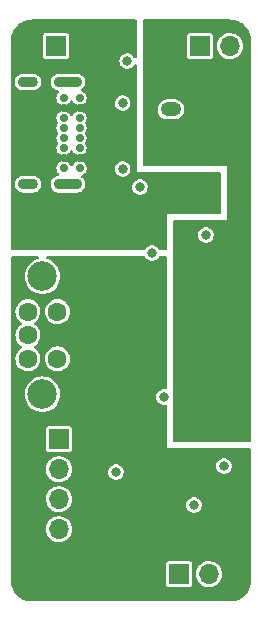
<source format=gbr>
%TF.GenerationSoftware,KiCad,Pcbnew,(6.0.7)*%
%TF.CreationDate,2022-10-01T16:55:56-07:00*%
%TF.ProjectId,dso150_mod,64736f31-3530-45f6-9d6f-642e6b696361,1.0*%
%TF.SameCoordinates,Original*%
%TF.FileFunction,Copper,L3,Inr*%
%TF.FilePolarity,Positive*%
%FSLAX46Y46*%
G04 Gerber Fmt 4.6, Leading zero omitted, Abs format (unit mm)*
G04 Created by KiCad (PCBNEW (6.0.7)) date 2022-10-01 16:55:56*
%MOMM*%
%LPD*%
G01*
G04 APERTURE LIST*
G04 Aperture macros list*
%AMRoundRect*
0 Rectangle with rounded corners*
0 $1 Rounding radius*
0 $2 $3 $4 $5 $6 $7 $8 $9 X,Y pos of 4 corners*
0 Add a 4 corners polygon primitive as box body*
4,1,4,$2,$3,$4,$5,$6,$7,$8,$9,$2,$3,0*
0 Add four circle primitives for the rounded corners*
1,1,$1+$1,$2,$3*
1,1,$1+$1,$4,$5*
1,1,$1+$1,$6,$7*
1,1,$1+$1,$8,$9*
0 Add four rect primitives between the rounded corners*
20,1,$1+$1,$2,$3,$4,$5,0*
20,1,$1+$1,$4,$5,$6,$7,0*
20,1,$1+$1,$6,$7,$8,$9,0*
20,1,$1+$1,$8,$9,$2,$3,0*%
G04 Aperture macros list end*
%TA.AperFunction,ComponentPad*%
%ADD10R,1.700000X1.700000*%
%TD*%
%TA.AperFunction,ComponentPad*%
%ADD11O,1.700000X1.700000*%
%TD*%
%TA.AperFunction,ComponentPad*%
%ADD12RoundRect,0.250000X0.625000X-0.350000X0.625000X0.350000X-0.625000X0.350000X-0.625000X-0.350000X0*%
%TD*%
%TA.AperFunction,ComponentPad*%
%ADD13O,1.750000X1.200000*%
%TD*%
%TA.AperFunction,ComponentPad*%
%ADD14C,2.500000*%
%TD*%
%TA.AperFunction,ComponentPad*%
%ADD15C,1.600000*%
%TD*%
%TA.AperFunction,ComponentPad*%
%ADD16C,0.700000*%
%TD*%
%TA.AperFunction,ComponentPad*%
%ADD17O,2.400000X0.900000*%
%TD*%
%TA.AperFunction,ComponentPad*%
%ADD18O,1.700000X0.900000*%
%TD*%
%TA.AperFunction,ViaPad*%
%ADD19C,0.800000*%
%TD*%
G04 APERTURE END LIST*
D10*
%TO.N,/D+*%
%TO.C,J2*%
X155443000Y-75692000D03*
D11*
%TO.N,/D-*%
X157983000Y-75692000D03*
%TD*%
D12*
%TO.N,+BATT*%
%TO.C,J3*%
X152998000Y-83042000D03*
D13*
%TO.N,GND*%
X152998000Y-81042000D03*
%TD*%
D14*
%TO.N,*%
%TO.C,SW1*%
X142113000Y-95171000D03*
X142113000Y-105171000D03*
D15*
%TO.N,Net-(SW1-Pad1)*%
X143383000Y-98171000D03*
%TO.N,+9V*%
X143383000Y-100171000D03*
%TO.N,unconnected-(SW1-Pad3)*%
X143383000Y-102171000D03*
%TO.N,unconnected-(SW1-Pad4)*%
X140883000Y-98171000D03*
%TO.N,GND*%
X140883000Y-100171000D03*
%TO.N,Net-(R8-Pad2)*%
X140883000Y-102171000D03*
%TD*%
D16*
%TO.N,GND*%
%TO.C,J1*%
X145249000Y-80083000D03*
%TO.N,+5V*%
X145249000Y-80933000D03*
%TO.N,Net-(J1-PadA5)*%
X145249000Y-81783000D03*
%TO.N,/D+*%
X145249000Y-82633000D03*
%TO.N,/D-*%
X145249000Y-83483000D03*
%TO.N,unconnected-(J1-PadA8)*%
X145249000Y-84333000D03*
%TO.N,+5V*%
X145249000Y-85183000D03*
%TO.N,GND*%
X145249000Y-86033000D03*
X143899000Y-86033000D03*
%TO.N,+5V*%
X143899000Y-85183000D03*
%TO.N,Net-(J1-PadB5)*%
X143899000Y-84333000D03*
%TO.N,/D+*%
X143899000Y-83483000D03*
%TO.N,/D-*%
X143899000Y-82633000D03*
%TO.N,unconnected-(J1-PadB8)*%
X143899000Y-81783000D03*
%TO.N,+5V*%
X143899000Y-80933000D03*
%TO.N,GND*%
X143899000Y-80083000D03*
D17*
X144269000Y-87383000D03*
D18*
X140889000Y-78733000D03*
X140889000Y-87383000D03*
D17*
X144269000Y-78733000D03*
%TD*%
D10*
%TO.N,unconnected-(J6-Pad1)*%
%TO.C,J6*%
X143256000Y-75692000D03*
%TD*%
%TO.N,Net-(SW1-Pad1)*%
%TO.C,J4*%
X153670000Y-120396000D03*
D11*
%TO.N,GND*%
X156210000Y-120396000D03*
%TD*%
D10*
%TO.N,+3.3V*%
%TO.C,J5*%
X143510000Y-108976000D03*
D11*
%TO.N,GND*%
X143510000Y-111516000D03*
%TO.N,unconnected-(J5-Pad3)*%
X143510000Y-114056000D03*
%TO.N,unconnected-(J5-Pad4)*%
X143510000Y-116596000D03*
%TD*%
D19*
%TO.N,+5V*%
X141732000Y-92227500D03*
X155956000Y-87630000D03*
%TO.N,GND*%
X152400000Y-105410000D03*
X151384000Y-93218000D03*
X150368000Y-87630000D03*
X148336000Y-111760000D03*
X148907000Y-80518000D03*
X155956000Y-91694000D03*
X148907000Y-86106000D03*
X154940000Y-114554000D03*
%TO.N,+BATT*%
X155448000Y-93218000D03*
X154940000Y-101600000D03*
X157734000Y-101600000D03*
X156464000Y-99822000D03*
X153924000Y-105410000D03*
X156464000Y-103378000D03*
X155702000Y-108204000D03*
%TO.N,+9V*%
X149606000Y-114554000D03*
X153162000Y-114554000D03*
X148336000Y-109858000D03*
X151384000Y-114554000D03*
%TO.N,+3.3V*%
X149289000Y-76962000D03*
%TO.N,Net-(R8-Pad2)*%
X157480000Y-111252000D03*
%TD*%
%TA.AperFunction,Conductor*%
%TO.N,+BATT*%
G36*
X158007103Y-73440921D02*
G01*
X158020000Y-73443486D01*
X158032172Y-73441065D01*
X158044579Y-73441065D01*
X158044579Y-73441705D01*
X158055358Y-73441029D01*
X158239248Y-73454181D01*
X158259420Y-73455624D01*
X158277214Y-73458182D01*
X158502960Y-73507290D01*
X158520209Y-73512355D01*
X158575356Y-73532923D01*
X158736670Y-73593090D01*
X158753017Y-73600556D01*
X158955782Y-73711275D01*
X158970905Y-73720994D01*
X159155848Y-73859441D01*
X159169434Y-73871214D01*
X159332786Y-74034566D01*
X159344559Y-74048152D01*
X159483006Y-74233095D01*
X159492725Y-74248218D01*
X159603444Y-74450983D01*
X159610910Y-74467330D01*
X159655241Y-74586187D01*
X159691645Y-74683791D01*
X159696710Y-74701040D01*
X159745818Y-74926786D01*
X159748376Y-74944580D01*
X159760752Y-75117609D01*
X159762971Y-75148639D01*
X159762295Y-75159421D01*
X159762935Y-75159421D01*
X159762935Y-75171828D01*
X159760514Y-75184000D01*
X159762935Y-75196170D01*
X159763079Y-75196894D01*
X159765500Y-75221476D01*
X159765500Y-109094000D01*
X159745498Y-109162121D01*
X159691842Y-109208614D01*
X159639500Y-109220000D01*
X153288000Y-109220000D01*
X153219879Y-109199998D01*
X153173386Y-109146342D01*
X153162000Y-109094000D01*
X153162000Y-91687096D01*
X155296729Y-91687096D01*
X155314113Y-91844553D01*
X155368553Y-91993319D01*
X155456908Y-92124805D01*
X155462527Y-92129918D01*
X155462528Y-92129919D01*
X155473903Y-92140269D01*
X155574076Y-92231419D01*
X155713293Y-92307008D01*
X155866522Y-92347207D01*
X155950477Y-92348526D01*
X156017319Y-92349576D01*
X156017322Y-92349576D01*
X156024916Y-92349695D01*
X156179332Y-92314329D01*
X156249742Y-92278917D01*
X156314072Y-92246563D01*
X156314075Y-92246561D01*
X156320855Y-92243151D01*
X156326626Y-92238222D01*
X156326629Y-92238220D01*
X156435536Y-92145204D01*
X156435536Y-92145203D01*
X156441314Y-92140269D01*
X156533755Y-92011624D01*
X156592842Y-91864641D01*
X156615162Y-91707807D01*
X156615307Y-91694000D01*
X156596276Y-91536733D01*
X156540280Y-91388546D01*
X156450553Y-91257992D01*
X156332275Y-91152611D01*
X156324889Y-91148700D01*
X156198988Y-91082039D01*
X156198989Y-91082039D01*
X156192274Y-91078484D01*
X156038633Y-91039892D01*
X156031034Y-91039852D01*
X156031033Y-91039852D01*
X155965181Y-91039507D01*
X155880221Y-91039062D01*
X155872841Y-91040834D01*
X155872839Y-91040834D01*
X155733563Y-91074271D01*
X155733560Y-91074272D01*
X155726184Y-91076043D01*
X155585414Y-91148700D01*
X155466039Y-91252838D01*
X155374950Y-91382444D01*
X155317406Y-91530037D01*
X155296729Y-91687096D01*
X153162000Y-91687096D01*
X153162000Y-90550000D01*
X153182002Y-90481879D01*
X153235658Y-90435386D01*
X153288000Y-90424000D01*
X157734000Y-90424000D01*
X157734000Y-85852000D01*
X150748000Y-85852000D01*
X150679879Y-85831998D01*
X150633386Y-85778342D01*
X150622000Y-85726000D01*
X150622000Y-80994019D01*
X151864801Y-80994019D01*
X151874518Y-81179424D01*
X151876328Y-81185996D01*
X151876329Y-81186001D01*
X151902079Y-81279484D01*
X151923821Y-81358417D01*
X152010410Y-81522648D01*
X152130245Y-81664454D01*
X152135668Y-81668601D01*
X152135670Y-81668602D01*
X152272315Y-81773075D01*
X152272319Y-81773077D01*
X152277736Y-81777219D01*
X152283916Y-81780101D01*
X152283918Y-81780102D01*
X152439823Y-81852802D01*
X152439826Y-81852803D01*
X152446000Y-81855682D01*
X152452648Y-81857168D01*
X152452651Y-81857169D01*
X152551711Y-81879311D01*
X152627188Y-81896182D01*
X152632876Y-81896500D01*
X153319385Y-81896500D01*
X153457573Y-81881488D01*
X153578210Y-81840889D01*
X153627064Y-81824448D01*
X153627066Y-81824447D01*
X153633535Y-81822270D01*
X153792677Y-81726649D01*
X153797634Y-81721961D01*
X153797637Y-81721959D01*
X153922614Y-81603773D01*
X153922616Y-81603771D01*
X153927572Y-81599084D01*
X154031928Y-81445529D01*
X154064355Y-81364456D01*
X154098342Y-81279484D01*
X154098343Y-81279479D01*
X154100876Y-81273147D01*
X154101990Y-81266420D01*
X154101991Y-81266415D01*
X154130084Y-81096718D01*
X154130084Y-81096715D01*
X154131199Y-81089981D01*
X154121482Y-80904576D01*
X154119672Y-80898004D01*
X154119671Y-80897999D01*
X154073992Y-80732165D01*
X154072179Y-80725583D01*
X153985590Y-80561352D01*
X153865755Y-80419546D01*
X153860330Y-80415398D01*
X153723685Y-80310925D01*
X153723681Y-80310923D01*
X153718264Y-80306781D01*
X153712084Y-80303899D01*
X153712082Y-80303898D01*
X153556177Y-80231198D01*
X153556174Y-80231197D01*
X153550000Y-80228318D01*
X153543352Y-80226832D01*
X153543349Y-80226831D01*
X153373849Y-80188944D01*
X153373850Y-80188944D01*
X153368812Y-80187818D01*
X153363124Y-80187500D01*
X152676615Y-80187500D01*
X152538427Y-80202512D01*
X152453189Y-80231198D01*
X152368936Y-80259552D01*
X152368934Y-80259553D01*
X152362465Y-80261730D01*
X152203323Y-80357351D01*
X152198366Y-80362039D01*
X152198363Y-80362041D01*
X152073386Y-80480227D01*
X152068428Y-80484916D01*
X151964072Y-80638471D01*
X151961539Y-80644805D01*
X151961537Y-80644808D01*
X151897658Y-80804516D01*
X151897657Y-80804521D01*
X151895124Y-80810853D01*
X151894010Y-80817580D01*
X151894009Y-80817585D01*
X151880697Y-80897999D01*
X151864801Y-80994019D01*
X150622000Y-80994019D01*
X150622000Y-74816933D01*
X154338500Y-74816933D01*
X154338501Y-76567066D01*
X154353266Y-76641301D01*
X154360161Y-76651620D01*
X154360162Y-76651622D01*
X154400516Y-76712015D01*
X154409516Y-76725484D01*
X154493699Y-76781734D01*
X154567933Y-76796500D01*
X155442858Y-76796500D01*
X156318066Y-76796499D01*
X156353818Y-76789388D01*
X156380126Y-76784156D01*
X156380128Y-76784155D01*
X156392301Y-76781734D01*
X156402621Y-76774839D01*
X156402622Y-76774838D01*
X156466168Y-76732377D01*
X156476484Y-76725484D01*
X156532734Y-76641301D01*
X156547500Y-76567067D01*
X156547499Y-75662964D01*
X156874148Y-75662964D01*
X156887424Y-75865522D01*
X156888845Y-75871118D01*
X156888846Y-75871123D01*
X156909119Y-75950945D01*
X156937392Y-76062269D01*
X156939809Y-76067512D01*
X156977010Y-76148208D01*
X157022377Y-76246616D01*
X157139533Y-76412389D01*
X157284938Y-76554035D01*
X157453720Y-76666812D01*
X157459023Y-76669090D01*
X157459026Y-76669092D01*
X157590283Y-76725484D01*
X157640228Y-76746942D01*
X157713244Y-76763464D01*
X157832579Y-76790467D01*
X157832584Y-76790468D01*
X157838216Y-76791742D01*
X157843987Y-76791969D01*
X157843989Y-76791969D01*
X157903756Y-76794317D01*
X158041053Y-76799712D01*
X158148348Y-76784155D01*
X158236231Y-76771413D01*
X158236236Y-76771412D01*
X158241945Y-76770584D01*
X158247409Y-76768729D01*
X158247414Y-76768728D01*
X158428693Y-76707192D01*
X158428698Y-76707190D01*
X158434165Y-76705334D01*
X158611276Y-76606147D01*
X158650969Y-76573135D01*
X158762913Y-76480031D01*
X158767345Y-76476345D01*
X158897147Y-76320276D01*
X158996334Y-76143165D01*
X158998190Y-76137698D01*
X158998192Y-76137693D01*
X159059728Y-75956414D01*
X159059729Y-75956409D01*
X159061584Y-75950945D01*
X159062412Y-75945236D01*
X159062413Y-75945231D01*
X159090179Y-75753727D01*
X159090712Y-75750053D01*
X159092232Y-75692000D01*
X159073658Y-75489859D01*
X159072090Y-75484299D01*
X159020125Y-75300046D01*
X159020124Y-75300044D01*
X159018557Y-75294487D01*
X159007978Y-75273033D01*
X158931331Y-75117609D01*
X158928776Y-75112428D01*
X158807320Y-74949779D01*
X158658258Y-74811987D01*
X158653375Y-74808906D01*
X158653371Y-74808903D01*
X158491464Y-74706748D01*
X158486581Y-74703667D01*
X158298039Y-74628446D01*
X158292379Y-74627320D01*
X158292375Y-74627319D01*
X158104613Y-74589971D01*
X158104610Y-74589971D01*
X158098946Y-74588844D01*
X158093171Y-74588768D01*
X158093167Y-74588768D01*
X157991793Y-74587441D01*
X157895971Y-74586187D01*
X157890274Y-74587166D01*
X157890273Y-74587166D01*
X157802397Y-74602266D01*
X157695910Y-74620564D01*
X157505463Y-74690824D01*
X157331010Y-74794612D01*
X157326670Y-74798418D01*
X157326666Y-74798421D01*
X157197437Y-74911753D01*
X157178392Y-74928455D01*
X157052720Y-75087869D01*
X157050031Y-75092980D01*
X157050029Y-75092983D01*
X157037073Y-75117609D01*
X156958203Y-75267515D01*
X156898007Y-75461378D01*
X156874148Y-75662964D01*
X156547499Y-75662964D01*
X156547499Y-74816934D01*
X156532734Y-74742699D01*
X156506654Y-74703667D01*
X156483377Y-74668832D01*
X156476484Y-74658516D01*
X156392301Y-74602266D01*
X156318067Y-74587500D01*
X155443142Y-74587500D01*
X154567934Y-74587501D01*
X154532182Y-74594612D01*
X154505874Y-74599844D01*
X154505872Y-74599845D01*
X154493699Y-74602266D01*
X154483379Y-74609161D01*
X154483378Y-74609162D01*
X154432023Y-74643477D01*
X154409516Y-74658516D01*
X154353266Y-74742699D01*
X154338500Y-74816933D01*
X150622000Y-74816933D01*
X150622000Y-73564500D01*
X150642002Y-73496379D01*
X150695658Y-73449886D01*
X150748000Y-73438500D01*
X157982524Y-73438500D01*
X158007103Y-73440921D01*
G37*
%TD.AperFunction*%
%TD*%
%TA.AperFunction,Conductor*%
%TO.N,+5V*%
G36*
X150056121Y-73458502D02*
G01*
X150102614Y-73512158D01*
X150114000Y-73564500D01*
X150114000Y-76605990D01*
X150093998Y-76674111D01*
X150040342Y-76720604D01*
X149970068Y-76730708D01*
X149905488Y-76701214D01*
X149876339Y-76664366D01*
X149875964Y-76663648D01*
X149873280Y-76656546D01*
X149815955Y-76573137D01*
X149787855Y-76532251D01*
X149787854Y-76532249D01*
X149783553Y-76525992D01*
X149665275Y-76420611D01*
X149657889Y-76416700D01*
X149531988Y-76350039D01*
X149531989Y-76350039D01*
X149525274Y-76346484D01*
X149371633Y-76307892D01*
X149364034Y-76307852D01*
X149364033Y-76307852D01*
X149298181Y-76307507D01*
X149213221Y-76307062D01*
X149205841Y-76308834D01*
X149205839Y-76308834D01*
X149066563Y-76342271D01*
X149066560Y-76342272D01*
X149059184Y-76344043D01*
X148918414Y-76416700D01*
X148799039Y-76520838D01*
X148707950Y-76650444D01*
X148698723Y-76674111D01*
X148659451Y-76774839D01*
X148650406Y-76798037D01*
X148629729Y-76955096D01*
X148647113Y-77112553D01*
X148649723Y-77119684D01*
X148649723Y-77119686D01*
X148683904Y-77213089D01*
X148701553Y-77261319D01*
X148789908Y-77392805D01*
X148795527Y-77397918D01*
X148795528Y-77397919D01*
X148806903Y-77408269D01*
X148907076Y-77499419D01*
X149046293Y-77575008D01*
X149199522Y-77615207D01*
X149283477Y-77616526D01*
X149350319Y-77617576D01*
X149350322Y-77617576D01*
X149357916Y-77617695D01*
X149512332Y-77582329D01*
X149582742Y-77546917D01*
X149647072Y-77514563D01*
X149647075Y-77514561D01*
X149653855Y-77511151D01*
X149659626Y-77506222D01*
X149659629Y-77506220D01*
X149768536Y-77413204D01*
X149768536Y-77413203D01*
X149774314Y-77408269D01*
X149866755Y-77279624D01*
X149871093Y-77268833D01*
X149872916Y-77266521D01*
X149873248Y-77265918D01*
X149873349Y-77265973D01*
X149915060Y-77213089D01*
X149982185Y-77189964D01*
X150051156Y-77206801D01*
X150100076Y-77258254D01*
X150114000Y-77315830D01*
X150114000Y-86360000D01*
X157100000Y-86360000D01*
X157168121Y-86380002D01*
X157214614Y-86433658D01*
X157226000Y-86486000D01*
X157226000Y-89790000D01*
X157205998Y-89858121D01*
X157152342Y-89904614D01*
X157100000Y-89916000D01*
X152654000Y-89916000D01*
X152654000Y-92838000D01*
X152633998Y-92906121D01*
X152580342Y-92952614D01*
X152528000Y-92964000D01*
X152069935Y-92964000D01*
X152001814Y-92943998D01*
X151966095Y-92909367D01*
X151882855Y-92788251D01*
X151882854Y-92788249D01*
X151878553Y-92781992D01*
X151760275Y-92676611D01*
X151752889Y-92672700D01*
X151626988Y-92606039D01*
X151626989Y-92606039D01*
X151620274Y-92602484D01*
X151466633Y-92563892D01*
X151459034Y-92563852D01*
X151459033Y-92563852D01*
X151393181Y-92563507D01*
X151308221Y-92563062D01*
X151300841Y-92564834D01*
X151300839Y-92564834D01*
X151161563Y-92598271D01*
X151161560Y-92598272D01*
X151154184Y-92600043D01*
X151013414Y-92672700D01*
X150894039Y-92776838D01*
X150802950Y-92906444D01*
X150801199Y-92905214D01*
X150758952Y-92948118D01*
X150697715Y-92964000D01*
X139572500Y-92964000D01*
X139504379Y-92943998D01*
X139457886Y-92890342D01*
X139446500Y-92838000D01*
X139446500Y-87464568D01*
X139784029Y-87464568D01*
X139785801Y-87471948D01*
X139785801Y-87471950D01*
X139820280Y-87615565D01*
X139823835Y-87630373D01*
X139902042Y-87781896D01*
X140014135Y-87910391D01*
X140153643Y-88008438D01*
X140249512Y-88045816D01*
X140305431Y-88067618D01*
X140305434Y-88067619D01*
X140312511Y-88070378D01*
X140320044Y-88071370D01*
X140320045Y-88071370D01*
X140438477Y-88086962D01*
X140438478Y-88086962D01*
X140442564Y-88087500D01*
X141331756Y-88087500D01*
X141458281Y-88072189D01*
X141617789Y-88011916D01*
X141721596Y-87940571D01*
X141752057Y-87919636D01*
X141752058Y-87919635D01*
X141758316Y-87915334D01*
X141767823Y-87904664D01*
X141866695Y-87793693D01*
X141866697Y-87793690D01*
X141871748Y-87788021D01*
X141951538Y-87637324D01*
X141955112Y-87623096D01*
X141991227Y-87479317D01*
X141991227Y-87479313D01*
X141993078Y-87471946D01*
X141993117Y-87464568D01*
X142814029Y-87464568D01*
X142815801Y-87471948D01*
X142815801Y-87471950D01*
X142850280Y-87615565D01*
X142853835Y-87630373D01*
X142932042Y-87781896D01*
X143044135Y-87910391D01*
X143183643Y-88008438D01*
X143279512Y-88045816D01*
X143335431Y-88067618D01*
X143335434Y-88067619D01*
X143342511Y-88070378D01*
X143350044Y-88071370D01*
X143350045Y-88071370D01*
X143468477Y-88086962D01*
X143468478Y-88086962D01*
X143472564Y-88087500D01*
X145061756Y-88087500D01*
X145188281Y-88072189D01*
X145347789Y-88011916D01*
X145451596Y-87940571D01*
X145482057Y-87919636D01*
X145482058Y-87919635D01*
X145488316Y-87915334D01*
X145497823Y-87904664D01*
X145596695Y-87793693D01*
X145596697Y-87793690D01*
X145601748Y-87788021D01*
X145681538Y-87637324D01*
X145685112Y-87623096D01*
X149708729Y-87623096D01*
X149726113Y-87780553D01*
X149728723Y-87787684D01*
X149728723Y-87787686D01*
X149777010Y-87919636D01*
X149780553Y-87929319D01*
X149784789Y-87935622D01*
X149784789Y-87935623D01*
X149837860Y-88014600D01*
X149868908Y-88060805D01*
X149874527Y-88065918D01*
X149874528Y-88065919D01*
X149980460Y-88162309D01*
X149986076Y-88167419D01*
X150125293Y-88243008D01*
X150278522Y-88283207D01*
X150362477Y-88284526D01*
X150429319Y-88285576D01*
X150429322Y-88285576D01*
X150436916Y-88285695D01*
X150591332Y-88250329D01*
X150661742Y-88214917D01*
X150726072Y-88182563D01*
X150726075Y-88182561D01*
X150732855Y-88179151D01*
X150738626Y-88174222D01*
X150738629Y-88174220D01*
X150847536Y-88081204D01*
X150847536Y-88081203D01*
X150853314Y-88076269D01*
X150945755Y-87947624D01*
X151004842Y-87800641D01*
X151027162Y-87643807D01*
X151027307Y-87630000D01*
X151008276Y-87472733D01*
X150952280Y-87324546D01*
X150936394Y-87301432D01*
X150866855Y-87200251D01*
X150866854Y-87200249D01*
X150862553Y-87193992D01*
X150744275Y-87088611D01*
X150736889Y-87084700D01*
X150610988Y-87018039D01*
X150610989Y-87018039D01*
X150604274Y-87014484D01*
X150450633Y-86975892D01*
X150443034Y-86975852D01*
X150443033Y-86975852D01*
X150377181Y-86975507D01*
X150292221Y-86975062D01*
X150284841Y-86976834D01*
X150284839Y-86976834D01*
X150145563Y-87010271D01*
X150145560Y-87010272D01*
X150138184Y-87012043D01*
X149997414Y-87084700D01*
X149878039Y-87188838D01*
X149786950Y-87318444D01*
X149784190Y-87325524D01*
X149732940Y-87456974D01*
X149729406Y-87466037D01*
X149708729Y-87623096D01*
X145685112Y-87623096D01*
X145721227Y-87479317D01*
X145721227Y-87479313D01*
X145723078Y-87471946D01*
X145723157Y-87456974D01*
X145723931Y-87309026D01*
X145723971Y-87301432D01*
X145698432Y-87195052D01*
X145685937Y-87143006D01*
X145685936Y-87143002D01*
X145684165Y-87135627D01*
X145621638Y-87014484D01*
X145609441Y-86990852D01*
X145609441Y-86990851D01*
X145605958Y-86984104D01*
X145598795Y-86975892D01*
X145498861Y-86861336D01*
X145493865Y-86855609D01*
X145439907Y-86817687D01*
X145395676Y-86762154D01*
X145388490Y-86691522D01*
X145420631Y-86628218D01*
X145464140Y-86598192D01*
X145546229Y-86564190D01*
X145553858Y-86561030D01*
X145565276Y-86552269D01*
X145673584Y-86469160D01*
X145680134Y-86464134D01*
X145730739Y-86398185D01*
X145772002Y-86344411D01*
X145772003Y-86344409D01*
X145777030Y-86337858D01*
X145807753Y-86263686D01*
X145834781Y-86198434D01*
X145834782Y-86198430D01*
X145837940Y-86190806D01*
X145850014Y-86099096D01*
X148247729Y-86099096D01*
X148265113Y-86256553D01*
X148267723Y-86263684D01*
X148267723Y-86263686D01*
X148302969Y-86360000D01*
X148319553Y-86405319D01*
X148323789Y-86411622D01*
X148323789Y-86411623D01*
X148365048Y-86473022D01*
X148407908Y-86536805D01*
X148413527Y-86541918D01*
X148413528Y-86541919D01*
X148501471Y-86621940D01*
X148525076Y-86643419D01*
X148664293Y-86719008D01*
X148817522Y-86759207D01*
X148901477Y-86760526D01*
X148968319Y-86761576D01*
X148968322Y-86761576D01*
X148975916Y-86761695D01*
X149130332Y-86726329D01*
X149224524Y-86678956D01*
X149265072Y-86658563D01*
X149265075Y-86658561D01*
X149271855Y-86655151D01*
X149277626Y-86650222D01*
X149277629Y-86650220D01*
X149386536Y-86557204D01*
X149386536Y-86557203D01*
X149392314Y-86552269D01*
X149484755Y-86423624D01*
X149543842Y-86276641D01*
X149556689Y-86186373D01*
X149565581Y-86123891D01*
X149565581Y-86123888D01*
X149566162Y-86119807D01*
X149566307Y-86106000D01*
X149547276Y-85948733D01*
X149491280Y-85800546D01*
X149401553Y-85669992D01*
X149283275Y-85564611D01*
X149275889Y-85560700D01*
X149149988Y-85494039D01*
X149149989Y-85494039D01*
X149143274Y-85490484D01*
X148989633Y-85451892D01*
X148982034Y-85451852D01*
X148982033Y-85451852D01*
X148916181Y-85451507D01*
X148831221Y-85451062D01*
X148823841Y-85452834D01*
X148823839Y-85452834D01*
X148684563Y-85486271D01*
X148684560Y-85486272D01*
X148677184Y-85488043D01*
X148536414Y-85560700D01*
X148417039Y-85664838D01*
X148325950Y-85794444D01*
X148268406Y-85942037D01*
X148267414Y-85949570D01*
X148267414Y-85949571D01*
X148255353Y-86041188D01*
X148247729Y-86099096D01*
X145850014Y-86099096D01*
X145858716Y-86033000D01*
X145837940Y-85875194D01*
X145834782Y-85867570D01*
X145834781Y-85867566D01*
X145780191Y-85735773D01*
X145780190Y-85735772D01*
X145777030Y-85728142D01*
X145732410Y-85669992D01*
X145685160Y-85608416D01*
X145680134Y-85601866D01*
X145553858Y-85504970D01*
X145527468Y-85494039D01*
X145414434Y-85447219D01*
X145414430Y-85447218D01*
X145406806Y-85444060D01*
X145249000Y-85423284D01*
X145091194Y-85444060D01*
X145083570Y-85447218D01*
X145083566Y-85447219D01*
X144970532Y-85494039D01*
X144944142Y-85504970D01*
X144817866Y-85601866D01*
X144812840Y-85608416D01*
X144765591Y-85669992D01*
X144720970Y-85728142D01*
X144717810Y-85735772D01*
X144717809Y-85735773D01*
X144690409Y-85801924D01*
X144645861Y-85857206D01*
X144578498Y-85879627D01*
X144509707Y-85862069D01*
X144461328Y-85810107D01*
X144457591Y-85801924D01*
X144430191Y-85735773D01*
X144430190Y-85735772D01*
X144427030Y-85728142D01*
X144382410Y-85669992D01*
X144335160Y-85608416D01*
X144330134Y-85601866D01*
X144203858Y-85504970D01*
X144177468Y-85494039D01*
X144064434Y-85447219D01*
X144064430Y-85447218D01*
X144056806Y-85444060D01*
X143899000Y-85423284D01*
X143741194Y-85444060D01*
X143733570Y-85447218D01*
X143733566Y-85447219D01*
X143620532Y-85494039D01*
X143594142Y-85504970D01*
X143467866Y-85601866D01*
X143462840Y-85608416D01*
X143415591Y-85669992D01*
X143370970Y-85728142D01*
X143367810Y-85735772D01*
X143367809Y-85735773D01*
X143313219Y-85867566D01*
X143313218Y-85867570D01*
X143310060Y-85875194D01*
X143289284Y-86033000D01*
X143310060Y-86190806D01*
X143313218Y-86198430D01*
X143313219Y-86198434D01*
X143340247Y-86263686D01*
X143370970Y-86337858D01*
X143375997Y-86344409D01*
X143375998Y-86344411D01*
X143417261Y-86398185D01*
X143467866Y-86464134D01*
X143474416Y-86469160D01*
X143478278Y-86473022D01*
X143512304Y-86535334D01*
X143507239Y-86606149D01*
X143464692Y-86662985D01*
X143404323Y-86687203D01*
X143349719Y-86693811D01*
X143190211Y-86754084D01*
X143049684Y-86850666D01*
X143044632Y-86856336D01*
X143044631Y-86856337D01*
X142941305Y-86972307D01*
X142941303Y-86972310D01*
X142936252Y-86977979D01*
X142932697Y-86984692D01*
X142932697Y-86984693D01*
X142877105Y-87089689D01*
X142856462Y-87128676D01*
X142854612Y-87136041D01*
X142838484Y-87200251D01*
X142814922Y-87294054D01*
X142814882Y-87301653D01*
X142814882Y-87301655D01*
X142814827Y-87312228D01*
X142814029Y-87464568D01*
X141993117Y-87464568D01*
X141993157Y-87456974D01*
X141993931Y-87309026D01*
X141993971Y-87301432D01*
X141968432Y-87195052D01*
X141955937Y-87143006D01*
X141955936Y-87143002D01*
X141954165Y-87135627D01*
X141891638Y-87014484D01*
X141879441Y-86990852D01*
X141879441Y-86990851D01*
X141875958Y-86984104D01*
X141868795Y-86975892D01*
X141768861Y-86861336D01*
X141763865Y-86855609D01*
X141624357Y-86757562D01*
X141516179Y-86715385D01*
X141472569Y-86698382D01*
X141472566Y-86698381D01*
X141465489Y-86695622D01*
X141457956Y-86694630D01*
X141457955Y-86694630D01*
X141339523Y-86679038D01*
X141339522Y-86679038D01*
X141335436Y-86678500D01*
X140446244Y-86678500D01*
X140319719Y-86693811D01*
X140160211Y-86754084D01*
X140019684Y-86850666D01*
X140014632Y-86856336D01*
X140014631Y-86856337D01*
X139911305Y-86972307D01*
X139911303Y-86972310D01*
X139906252Y-86977979D01*
X139902697Y-86984692D01*
X139902697Y-86984693D01*
X139847105Y-87089689D01*
X139826462Y-87128676D01*
X139824612Y-87136041D01*
X139808484Y-87200251D01*
X139784922Y-87294054D01*
X139784882Y-87301653D01*
X139784882Y-87301655D01*
X139784827Y-87312228D01*
X139784029Y-87464568D01*
X139446500Y-87464568D01*
X139446500Y-84333000D01*
X143289284Y-84333000D01*
X143310060Y-84490806D01*
X143313218Y-84498430D01*
X143313219Y-84498434D01*
X143340409Y-84564076D01*
X143370970Y-84637858D01*
X143467866Y-84764134D01*
X143594142Y-84861030D01*
X143601772Y-84864190D01*
X143601773Y-84864191D01*
X143733566Y-84918781D01*
X143733570Y-84918782D01*
X143741194Y-84921940D01*
X143899000Y-84942716D01*
X144056806Y-84921940D01*
X144064430Y-84918782D01*
X144064434Y-84918781D01*
X144196227Y-84864191D01*
X144196228Y-84864190D01*
X144203858Y-84861030D01*
X144330134Y-84764134D01*
X144427030Y-84637858D01*
X144457591Y-84564076D01*
X144502139Y-84508794D01*
X144569502Y-84486373D01*
X144638293Y-84503931D01*
X144686672Y-84555893D01*
X144690409Y-84564075D01*
X144720970Y-84637858D01*
X144817866Y-84764134D01*
X144944142Y-84861030D01*
X144951772Y-84864190D01*
X144951773Y-84864191D01*
X145083566Y-84918781D01*
X145083570Y-84918782D01*
X145091194Y-84921940D01*
X145249000Y-84942716D01*
X145406806Y-84921940D01*
X145414430Y-84918782D01*
X145414434Y-84918781D01*
X145546227Y-84864191D01*
X145546228Y-84864190D01*
X145553858Y-84861030D01*
X145680134Y-84764134D01*
X145777030Y-84637858D01*
X145807591Y-84564076D01*
X145834781Y-84498434D01*
X145834782Y-84498430D01*
X145837940Y-84490806D01*
X145858716Y-84333000D01*
X145837940Y-84175194D01*
X145834782Y-84167570D01*
X145834781Y-84167566D01*
X145780191Y-84035773D01*
X145780190Y-84035772D01*
X145777030Y-84028142D01*
X145743697Y-83984703D01*
X145718098Y-83918483D01*
X145732363Y-83848935D01*
X145743695Y-83831300D01*
X145777030Y-83787858D01*
X145780191Y-83780227D01*
X145834781Y-83648434D01*
X145834782Y-83648430D01*
X145837940Y-83640806D01*
X145858716Y-83483000D01*
X145837940Y-83325194D01*
X145834782Y-83317570D01*
X145834781Y-83317566D01*
X145780191Y-83185773D01*
X145780190Y-83185772D01*
X145777030Y-83178142D01*
X145743697Y-83134703D01*
X145718098Y-83068483D01*
X145732363Y-82998935D01*
X145743695Y-82981300D01*
X145777030Y-82937858D01*
X145807591Y-82864076D01*
X145834781Y-82798434D01*
X145834782Y-82798430D01*
X145837940Y-82790806D01*
X145858716Y-82633000D01*
X145837940Y-82475194D01*
X145834782Y-82467570D01*
X145834781Y-82467566D01*
X145780191Y-82335773D01*
X145780190Y-82335772D01*
X145777030Y-82328142D01*
X145743697Y-82284703D01*
X145718098Y-82218483D01*
X145732363Y-82148935D01*
X145743695Y-82131300D01*
X145777030Y-82087858D01*
X145807591Y-82014076D01*
X145834781Y-81948434D01*
X145834782Y-81948430D01*
X145837940Y-81940806D01*
X145858716Y-81783000D01*
X145837940Y-81625194D01*
X145834782Y-81617570D01*
X145834781Y-81617566D01*
X145780191Y-81485773D01*
X145780190Y-81485772D01*
X145777030Y-81478142D01*
X145680134Y-81351866D01*
X145660696Y-81336950D01*
X145560411Y-81259998D01*
X145560409Y-81259997D01*
X145553858Y-81254970D01*
X145546227Y-81251809D01*
X145414434Y-81197219D01*
X145414430Y-81197218D01*
X145406806Y-81194060D01*
X145249000Y-81173284D01*
X145091194Y-81194060D01*
X145083570Y-81197218D01*
X145083566Y-81197219D01*
X144951773Y-81251809D01*
X144944142Y-81254970D01*
X144937591Y-81259997D01*
X144937589Y-81259998D01*
X144837304Y-81336950D01*
X144817866Y-81351866D01*
X144720970Y-81478142D01*
X144717810Y-81485772D01*
X144717809Y-81485773D01*
X144690409Y-81551924D01*
X144645861Y-81607206D01*
X144578498Y-81629627D01*
X144509707Y-81612069D01*
X144461328Y-81560107D01*
X144457591Y-81551924D01*
X144430191Y-81485773D01*
X144430190Y-81485772D01*
X144427030Y-81478142D01*
X144330134Y-81351866D01*
X144310696Y-81336950D01*
X144210411Y-81259998D01*
X144210409Y-81259997D01*
X144203858Y-81254970D01*
X144196227Y-81251809D01*
X144064434Y-81197219D01*
X144064430Y-81197218D01*
X144056806Y-81194060D01*
X143899000Y-81173284D01*
X143741194Y-81194060D01*
X143733570Y-81197218D01*
X143733566Y-81197219D01*
X143601773Y-81251809D01*
X143594142Y-81254970D01*
X143587591Y-81259997D01*
X143587589Y-81259998D01*
X143487304Y-81336950D01*
X143467866Y-81351866D01*
X143370970Y-81478142D01*
X143367810Y-81485772D01*
X143367809Y-81485773D01*
X143313219Y-81617566D01*
X143313218Y-81617570D01*
X143310060Y-81625194D01*
X143289284Y-81783000D01*
X143310060Y-81940806D01*
X143313218Y-81948430D01*
X143313219Y-81948434D01*
X143340409Y-82014076D01*
X143370970Y-82087858D01*
X143404303Y-82131297D01*
X143429902Y-82197517D01*
X143415637Y-82267065D01*
X143404305Y-82284700D01*
X143370970Y-82328142D01*
X143367810Y-82335772D01*
X143367809Y-82335773D01*
X143313219Y-82467566D01*
X143313218Y-82467570D01*
X143310060Y-82475194D01*
X143289284Y-82633000D01*
X143310060Y-82790806D01*
X143313218Y-82798430D01*
X143313219Y-82798434D01*
X143340409Y-82864076D01*
X143370970Y-82937858D01*
X143404303Y-82981297D01*
X143429902Y-83047517D01*
X143415637Y-83117065D01*
X143404305Y-83134700D01*
X143370970Y-83178142D01*
X143367810Y-83185772D01*
X143367809Y-83185773D01*
X143313219Y-83317566D01*
X143313218Y-83317570D01*
X143310060Y-83325194D01*
X143289284Y-83483000D01*
X143310060Y-83640806D01*
X143313218Y-83648430D01*
X143313219Y-83648434D01*
X143367809Y-83780227D01*
X143370970Y-83787858D01*
X143404303Y-83831297D01*
X143429902Y-83897517D01*
X143415637Y-83967065D01*
X143404305Y-83984700D01*
X143370970Y-84028142D01*
X143367810Y-84035772D01*
X143367809Y-84035773D01*
X143313219Y-84167566D01*
X143313218Y-84167570D01*
X143310060Y-84175194D01*
X143289284Y-84333000D01*
X139446500Y-84333000D01*
X139446500Y-78814568D01*
X139784029Y-78814568D01*
X139823835Y-78980373D01*
X139902042Y-79131896D01*
X140014135Y-79260391D01*
X140153643Y-79358438D01*
X140249512Y-79395816D01*
X140305431Y-79417618D01*
X140305434Y-79417619D01*
X140312511Y-79420378D01*
X140320044Y-79421370D01*
X140320045Y-79421370D01*
X140438477Y-79436962D01*
X140438478Y-79436962D01*
X140442564Y-79437500D01*
X141331756Y-79437500D01*
X141458281Y-79422189D01*
X141617789Y-79361916D01*
X141758316Y-79265334D01*
X141767823Y-79254664D01*
X141866695Y-79143693D01*
X141866697Y-79143690D01*
X141871748Y-79138021D01*
X141951538Y-78987324D01*
X141953388Y-78979959D01*
X141991227Y-78829317D01*
X141991227Y-78829313D01*
X141993078Y-78821946D01*
X141993117Y-78814568D01*
X142814029Y-78814568D01*
X142853835Y-78980373D01*
X142932042Y-79131896D01*
X143044135Y-79260391D01*
X143183643Y-79358438D01*
X143279512Y-79395816D01*
X143335431Y-79417618D01*
X143335434Y-79417619D01*
X143342511Y-79420378D01*
X143350042Y-79421369D01*
X143350044Y-79421370D01*
X143405872Y-79428720D01*
X143470798Y-79457443D01*
X143509889Y-79516709D01*
X143510734Y-79587700D01*
X143478519Y-79642737D01*
X143474416Y-79646840D01*
X143467866Y-79651866D01*
X143370970Y-79778142D01*
X143367810Y-79785772D01*
X143367809Y-79785773D01*
X143313219Y-79917566D01*
X143313218Y-79917570D01*
X143310060Y-79925194D01*
X143289284Y-80083000D01*
X143310060Y-80240806D01*
X143313218Y-80248430D01*
X143313219Y-80248434D01*
X143362858Y-80368273D01*
X143370970Y-80387858D01*
X143467866Y-80514134D01*
X143594142Y-80611030D01*
X143601772Y-80614190D01*
X143601773Y-80614191D01*
X143733566Y-80668781D01*
X143733570Y-80668782D01*
X143741194Y-80671940D01*
X143899000Y-80692716D01*
X144056806Y-80671940D01*
X144064430Y-80668782D01*
X144064434Y-80668781D01*
X144196227Y-80614191D01*
X144196228Y-80614190D01*
X144203858Y-80611030D01*
X144330134Y-80514134D01*
X144427030Y-80387858D01*
X144443972Y-80346957D01*
X144457591Y-80314076D01*
X144502139Y-80258794D01*
X144569502Y-80236373D01*
X144638293Y-80253931D01*
X144686672Y-80305893D01*
X144690409Y-80314076D01*
X144704029Y-80346957D01*
X144720970Y-80387858D01*
X144817866Y-80514134D01*
X144944142Y-80611030D01*
X144951772Y-80614190D01*
X144951773Y-80614191D01*
X145083566Y-80668781D01*
X145083570Y-80668782D01*
X145091194Y-80671940D01*
X145249000Y-80692716D01*
X145406806Y-80671940D01*
X145414430Y-80668782D01*
X145414434Y-80668781D01*
X145546227Y-80614191D01*
X145546228Y-80614190D01*
X145553858Y-80611030D01*
X145680134Y-80514134D01*
X145682465Y-80511096D01*
X148247729Y-80511096D01*
X148265113Y-80668553D01*
X148267723Y-80675684D01*
X148267723Y-80675686D01*
X148285983Y-80725583D01*
X148319553Y-80817319D01*
X148407908Y-80948805D01*
X148413527Y-80953918D01*
X148413528Y-80953919D01*
X148424903Y-80964269D01*
X148525076Y-81055419D01*
X148664293Y-81131008D01*
X148817522Y-81171207D01*
X148901477Y-81172526D01*
X148968319Y-81173576D01*
X148968322Y-81173576D01*
X148975916Y-81173695D01*
X149130332Y-81138329D01*
X149200742Y-81102917D01*
X149265072Y-81070563D01*
X149265075Y-81070561D01*
X149271855Y-81067151D01*
X149277626Y-81062222D01*
X149277629Y-81062220D01*
X149386536Y-80969204D01*
X149386536Y-80969203D01*
X149392314Y-80964269D01*
X149484755Y-80835624D01*
X149543842Y-80688641D01*
X149566162Y-80531807D01*
X149566307Y-80518000D01*
X149547276Y-80360733D01*
X149491280Y-80212546D01*
X149474066Y-80187500D01*
X149405855Y-80088251D01*
X149405854Y-80088249D01*
X149401553Y-80081992D01*
X149283275Y-79976611D01*
X149275889Y-79972700D01*
X149194538Y-79929627D01*
X149143274Y-79902484D01*
X148989633Y-79863892D01*
X148982034Y-79863852D01*
X148982033Y-79863852D01*
X148916181Y-79863507D01*
X148831221Y-79863062D01*
X148823841Y-79864834D01*
X148823839Y-79864834D01*
X148684563Y-79898271D01*
X148684560Y-79898272D01*
X148677184Y-79900043D01*
X148536414Y-79972700D01*
X148417039Y-80076838D01*
X148325950Y-80206444D01*
X148323190Y-80213524D01*
X148287177Y-80305893D01*
X148268406Y-80354037D01*
X148267414Y-80361570D01*
X148267414Y-80361571D01*
X148251176Y-80484916D01*
X148247729Y-80511096D01*
X145682465Y-80511096D01*
X145777030Y-80387858D01*
X145785142Y-80368273D01*
X145834781Y-80248434D01*
X145834782Y-80248430D01*
X145837940Y-80240806D01*
X145858716Y-80083000D01*
X145837940Y-79925194D01*
X145834782Y-79917570D01*
X145834781Y-79917566D01*
X145780191Y-79785773D01*
X145780190Y-79785772D01*
X145777030Y-79778142D01*
X145680134Y-79651866D01*
X145660696Y-79636950D01*
X145560411Y-79559998D01*
X145560409Y-79559997D01*
X145553858Y-79554970D01*
X145546229Y-79551810D01*
X145464413Y-79517921D01*
X145409132Y-79473373D01*
X145386711Y-79406009D01*
X145404269Y-79337218D01*
X145441264Y-79297672D01*
X145482057Y-79269636D01*
X145482058Y-79269635D01*
X145488316Y-79265334D01*
X145497823Y-79254664D01*
X145596695Y-79143693D01*
X145596697Y-79143690D01*
X145601748Y-79138021D01*
X145681538Y-78987324D01*
X145683388Y-78979959D01*
X145721227Y-78829317D01*
X145721227Y-78829313D01*
X145723078Y-78821946D01*
X145723157Y-78806974D01*
X145723931Y-78659026D01*
X145723971Y-78651432D01*
X145684165Y-78485627D01*
X145605958Y-78334104D01*
X145493865Y-78205609D01*
X145354357Y-78107562D01*
X145258488Y-78070184D01*
X145202569Y-78048382D01*
X145202566Y-78048381D01*
X145195489Y-78045622D01*
X145187956Y-78044630D01*
X145187955Y-78044630D01*
X145069523Y-78029038D01*
X145069522Y-78029038D01*
X145065436Y-78028500D01*
X143476244Y-78028500D01*
X143349719Y-78043811D01*
X143190211Y-78104084D01*
X143049684Y-78200666D01*
X143044632Y-78206336D01*
X143044631Y-78206337D01*
X142941305Y-78322307D01*
X142941303Y-78322310D01*
X142936252Y-78327979D01*
X142856462Y-78478676D01*
X142854612Y-78486041D01*
X142852863Y-78493006D01*
X142814922Y-78644054D01*
X142814882Y-78651653D01*
X142814882Y-78651655D01*
X142814511Y-78722571D01*
X142814029Y-78814568D01*
X141993117Y-78814568D01*
X141993157Y-78806974D01*
X141993931Y-78659026D01*
X141993971Y-78651432D01*
X141954165Y-78485627D01*
X141875958Y-78334104D01*
X141763865Y-78205609D01*
X141624357Y-78107562D01*
X141528488Y-78070184D01*
X141472569Y-78048382D01*
X141472566Y-78048381D01*
X141465489Y-78045622D01*
X141457956Y-78044630D01*
X141457955Y-78044630D01*
X141339523Y-78029038D01*
X141339522Y-78029038D01*
X141335436Y-78028500D01*
X140446244Y-78028500D01*
X140319719Y-78043811D01*
X140160211Y-78104084D01*
X140019684Y-78200666D01*
X140014632Y-78206336D01*
X140014631Y-78206337D01*
X139911305Y-78322307D01*
X139911303Y-78322310D01*
X139906252Y-78327979D01*
X139826462Y-78478676D01*
X139824612Y-78486041D01*
X139822863Y-78493006D01*
X139784922Y-78644054D01*
X139784882Y-78651653D01*
X139784882Y-78651655D01*
X139784511Y-78722571D01*
X139784029Y-78814568D01*
X139446500Y-78814568D01*
X139446500Y-75221476D01*
X139448921Y-75196894D01*
X139449065Y-75196170D01*
X139451486Y-75184000D01*
X139449065Y-75171828D01*
X139449065Y-75159421D01*
X139449705Y-75159421D01*
X139449029Y-75148639D01*
X139453376Y-75087869D01*
X139463624Y-74944580D01*
X139466182Y-74926786D01*
X139490079Y-74816933D01*
X142151500Y-74816933D01*
X142151501Y-76567066D01*
X142166266Y-76641301D01*
X142173161Y-76651620D01*
X142173162Y-76651622D01*
X142183312Y-76666812D01*
X142222516Y-76725484D01*
X142306699Y-76781734D01*
X142380933Y-76796500D01*
X143255858Y-76796500D01*
X144131066Y-76796499D01*
X144166818Y-76789388D01*
X144193126Y-76784156D01*
X144193128Y-76784155D01*
X144205301Y-76781734D01*
X144215621Y-76774839D01*
X144215622Y-76774838D01*
X144279168Y-76732377D01*
X144289484Y-76725484D01*
X144334894Y-76657524D01*
X144338839Y-76651620D01*
X144345734Y-76641301D01*
X144360500Y-76567067D01*
X144360499Y-74816934D01*
X144345734Y-74742699D01*
X144319654Y-74703667D01*
X144296377Y-74668832D01*
X144289484Y-74658516D01*
X144205301Y-74602266D01*
X144131067Y-74587500D01*
X143256142Y-74587500D01*
X142380934Y-74587501D01*
X142345182Y-74594612D01*
X142318874Y-74599844D01*
X142318872Y-74599845D01*
X142306699Y-74602266D01*
X142296379Y-74609161D01*
X142296378Y-74609162D01*
X142279314Y-74620564D01*
X142222516Y-74658516D01*
X142166266Y-74742699D01*
X142151500Y-74816933D01*
X139490079Y-74816933D01*
X139515290Y-74701040D01*
X139520355Y-74683791D01*
X139556759Y-74586187D01*
X139601090Y-74467330D01*
X139608556Y-74450983D01*
X139719275Y-74248218D01*
X139728994Y-74233095D01*
X139867441Y-74048152D01*
X139879214Y-74034566D01*
X140042566Y-73871214D01*
X140056152Y-73859441D01*
X140241095Y-73720994D01*
X140256218Y-73711275D01*
X140458983Y-73600556D01*
X140475330Y-73593090D01*
X140636644Y-73532923D01*
X140691791Y-73512355D01*
X140709040Y-73507290D01*
X140934786Y-73458182D01*
X140952580Y-73455624D01*
X140972752Y-73454181D01*
X141156642Y-73441029D01*
X141167421Y-73441705D01*
X141167421Y-73441065D01*
X141179828Y-73441065D01*
X141192000Y-73443486D01*
X141204897Y-73440921D01*
X141229476Y-73438500D01*
X149988000Y-73438500D01*
X150056121Y-73458502D01*
G37*
%TD.AperFunction*%
%TD*%
%TA.AperFunction,Conductor*%
%TO.N,+9V*%
G36*
X141748632Y-93492002D02*
G01*
X141795125Y-93545658D01*
X141805229Y-93615932D01*
X141775735Y-93680512D01*
X141709925Y-93720519D01*
X141646646Y-93735711D01*
X141642075Y-93737604D01*
X141642073Y-93737605D01*
X141432433Y-93824441D01*
X141432429Y-93824443D01*
X141427859Y-93826336D01*
X141225943Y-93950070D01*
X141045868Y-94103868D01*
X140892070Y-94283943D01*
X140768336Y-94485859D01*
X140677711Y-94704646D01*
X140622428Y-94934917D01*
X140603848Y-95171000D01*
X140622428Y-95407083D01*
X140677711Y-95637354D01*
X140768336Y-95856141D01*
X140892070Y-96058057D01*
X141045868Y-96238132D01*
X141225943Y-96391930D01*
X141427859Y-96515664D01*
X141432429Y-96517557D01*
X141432433Y-96517559D01*
X141642073Y-96604395D01*
X141642075Y-96604396D01*
X141646646Y-96606289D01*
X141726499Y-96625460D01*
X141872104Y-96660417D01*
X141872110Y-96660418D01*
X141876917Y-96661572D01*
X142113000Y-96680152D01*
X142349083Y-96661572D01*
X142353890Y-96660418D01*
X142353896Y-96660417D01*
X142499501Y-96625460D01*
X142579354Y-96606289D01*
X142583925Y-96604396D01*
X142583927Y-96604395D01*
X142793567Y-96517559D01*
X142793571Y-96517557D01*
X142798141Y-96515664D01*
X143000057Y-96391930D01*
X143180132Y-96238132D01*
X143333930Y-96058057D01*
X143457664Y-95856141D01*
X143548289Y-95637354D01*
X143603572Y-95407083D01*
X143622152Y-95171000D01*
X143603572Y-94934917D01*
X143548289Y-94704646D01*
X143457664Y-94485859D01*
X143333930Y-94283943D01*
X143180132Y-94103868D01*
X143000057Y-93950070D01*
X142798141Y-93826336D01*
X142793571Y-93824443D01*
X142793567Y-93824441D01*
X142583927Y-93737605D01*
X142583925Y-93737604D01*
X142579354Y-93735711D01*
X142516075Y-93720519D01*
X142454506Y-93685167D01*
X142421823Y-93622140D01*
X142428404Y-93551449D01*
X142472158Y-93495538D01*
X142545489Y-93472000D01*
X150698963Y-93472000D01*
X150767084Y-93492002D01*
X150803545Y-93527724D01*
X150884908Y-93648805D01*
X150890527Y-93653918D01*
X150890528Y-93653919D01*
X150996460Y-93750309D01*
X151002076Y-93755419D01*
X151141293Y-93831008D01*
X151294522Y-93871207D01*
X151378477Y-93872526D01*
X151445319Y-93873576D01*
X151445322Y-93873576D01*
X151452916Y-93873695D01*
X151607332Y-93838329D01*
X151677742Y-93802917D01*
X151742072Y-93770563D01*
X151742075Y-93770561D01*
X151748855Y-93767151D01*
X151754626Y-93762222D01*
X151754629Y-93762220D01*
X151863536Y-93669204D01*
X151863536Y-93669203D01*
X151869314Y-93664269D01*
X151961755Y-93535624D01*
X151961941Y-93535161D01*
X152010140Y-93487239D01*
X152070207Y-93472000D01*
X152528000Y-93472000D01*
X152596121Y-93492002D01*
X152642614Y-93545658D01*
X152654000Y-93598000D01*
X152654000Y-104637373D01*
X152633998Y-104705494D01*
X152580342Y-104751987D01*
X152510068Y-104762091D01*
X152497305Y-104759577D01*
X152490004Y-104757743D01*
X152490000Y-104757743D01*
X152482633Y-104755892D01*
X152475034Y-104755852D01*
X152475033Y-104755852D01*
X152409181Y-104755507D01*
X152324221Y-104755062D01*
X152316841Y-104756834D01*
X152316839Y-104756834D01*
X152177563Y-104790271D01*
X152177560Y-104790272D01*
X152170184Y-104792043D01*
X152029414Y-104864700D01*
X151910039Y-104968838D01*
X151818950Y-105098444D01*
X151761406Y-105246037D01*
X151740729Y-105403096D01*
X151758113Y-105560553D01*
X151812553Y-105709319D01*
X151900908Y-105840805D01*
X152018076Y-105947419D01*
X152157293Y-106023008D01*
X152310522Y-106063207D01*
X152394477Y-106064526D01*
X152461319Y-106065576D01*
X152461322Y-106065576D01*
X152468916Y-106065695D01*
X152476318Y-106064000D01*
X152476325Y-106063999D01*
X152499872Y-106058606D01*
X152570739Y-106062896D01*
X152628036Y-106104819D01*
X152653573Y-106171063D01*
X152654000Y-106181426D01*
X152654000Y-109728000D01*
X159639500Y-109728000D01*
X159707621Y-109748002D01*
X159754114Y-109801658D01*
X159765500Y-109854000D01*
X159765500Y-120930524D01*
X159763079Y-120955103D01*
X159760514Y-120968000D01*
X159762935Y-120980172D01*
X159762935Y-120992579D01*
X159762295Y-120992579D01*
X159762971Y-121003361D01*
X159748376Y-121207420D01*
X159745818Y-121225214D01*
X159696710Y-121450960D01*
X159691645Y-121468209D01*
X159678488Y-121503485D01*
X159610910Y-121684670D01*
X159603444Y-121701017D01*
X159492725Y-121903782D01*
X159483006Y-121918905D01*
X159344559Y-122103848D01*
X159332786Y-122117434D01*
X159169434Y-122280786D01*
X159155848Y-122292559D01*
X158970905Y-122431006D01*
X158955782Y-122440725D01*
X158753017Y-122551444D01*
X158736670Y-122558910D01*
X158575356Y-122619077D01*
X158520209Y-122639645D01*
X158502960Y-122644710D01*
X158277214Y-122693818D01*
X158259420Y-122696376D01*
X158239248Y-122697819D01*
X158055358Y-122710971D01*
X158044579Y-122710295D01*
X158044579Y-122710935D01*
X158032172Y-122710935D01*
X158020000Y-122708514D01*
X158007103Y-122711079D01*
X157982524Y-122713500D01*
X141229476Y-122713500D01*
X141204897Y-122711079D01*
X141192000Y-122708514D01*
X141179828Y-122710935D01*
X141167421Y-122710935D01*
X141167421Y-122710295D01*
X141156642Y-122710971D01*
X140972752Y-122697819D01*
X140952580Y-122696376D01*
X140934786Y-122693818D01*
X140709040Y-122644710D01*
X140691791Y-122639645D01*
X140636644Y-122619077D01*
X140475330Y-122558910D01*
X140458983Y-122551444D01*
X140256218Y-122440725D01*
X140241095Y-122431006D01*
X140056152Y-122292559D01*
X140042566Y-122280786D01*
X139879214Y-122117434D01*
X139867441Y-122103848D01*
X139728994Y-121918905D01*
X139719275Y-121903782D01*
X139608556Y-121701017D01*
X139601090Y-121684670D01*
X139533512Y-121503485D01*
X139520355Y-121468209D01*
X139515290Y-121450960D01*
X139466182Y-121225214D01*
X139463624Y-121207420D01*
X139449029Y-121003361D01*
X139449705Y-120992579D01*
X139449065Y-120992579D01*
X139449065Y-120980172D01*
X139451486Y-120968000D01*
X139448921Y-120955103D01*
X139446500Y-120930524D01*
X139446500Y-119520933D01*
X152565500Y-119520933D01*
X152565501Y-121271066D01*
X152580266Y-121345301D01*
X152587161Y-121355620D01*
X152587162Y-121355622D01*
X152627516Y-121416015D01*
X152636516Y-121429484D01*
X152720699Y-121485734D01*
X152794933Y-121500500D01*
X153669858Y-121500500D01*
X154545066Y-121500499D01*
X154580818Y-121493388D01*
X154607126Y-121488156D01*
X154607128Y-121488155D01*
X154619301Y-121485734D01*
X154629621Y-121478839D01*
X154629622Y-121478838D01*
X154693168Y-121436377D01*
X154703484Y-121429484D01*
X154759734Y-121345301D01*
X154774500Y-121271067D01*
X154774499Y-120366964D01*
X155101148Y-120366964D01*
X155114424Y-120569522D01*
X155115845Y-120575118D01*
X155115846Y-120575123D01*
X155136119Y-120654945D01*
X155164392Y-120766269D01*
X155166809Y-120771512D01*
X155204010Y-120852208D01*
X155249377Y-120950616D01*
X155366533Y-121116389D01*
X155511938Y-121258035D01*
X155680720Y-121370812D01*
X155686023Y-121373090D01*
X155686026Y-121373092D01*
X155817283Y-121429484D01*
X155867228Y-121450942D01*
X155906216Y-121459764D01*
X156059579Y-121494467D01*
X156059584Y-121494468D01*
X156065216Y-121495742D01*
X156070987Y-121495969D01*
X156070989Y-121495969D01*
X156130756Y-121498317D01*
X156268053Y-121503712D01*
X156375348Y-121488155D01*
X156463231Y-121475413D01*
X156463236Y-121475412D01*
X156468945Y-121474584D01*
X156474409Y-121472729D01*
X156474414Y-121472728D01*
X156655693Y-121411192D01*
X156655698Y-121411190D01*
X156661165Y-121409334D01*
X156838276Y-121310147D01*
X156877969Y-121277135D01*
X156989913Y-121184031D01*
X156994345Y-121180345D01*
X157124147Y-121024276D01*
X157223334Y-120847165D01*
X157225190Y-120841698D01*
X157225192Y-120841693D01*
X157286728Y-120660414D01*
X157286729Y-120660409D01*
X157288584Y-120654945D01*
X157289412Y-120649236D01*
X157289413Y-120649231D01*
X157317179Y-120457727D01*
X157317712Y-120454053D01*
X157319232Y-120396000D01*
X157300658Y-120193859D01*
X157299090Y-120188299D01*
X157247125Y-120004046D01*
X157247124Y-120004044D01*
X157245557Y-119998487D01*
X157234978Y-119977033D01*
X157158331Y-119821609D01*
X157155776Y-119816428D01*
X157034320Y-119653779D01*
X156885258Y-119515987D01*
X156880375Y-119512906D01*
X156880371Y-119512903D01*
X156718464Y-119410748D01*
X156713581Y-119407667D01*
X156525039Y-119332446D01*
X156519379Y-119331320D01*
X156519375Y-119331319D01*
X156331613Y-119293971D01*
X156331610Y-119293971D01*
X156325946Y-119292844D01*
X156320171Y-119292768D01*
X156320167Y-119292768D01*
X156218793Y-119291441D01*
X156122971Y-119290187D01*
X156117274Y-119291166D01*
X156117273Y-119291166D01*
X156029397Y-119306266D01*
X155922910Y-119324564D01*
X155732463Y-119394824D01*
X155558010Y-119498612D01*
X155553670Y-119502418D01*
X155553666Y-119502421D01*
X155409733Y-119628648D01*
X155405392Y-119632455D01*
X155279720Y-119791869D01*
X155277031Y-119796980D01*
X155277029Y-119796983D01*
X155264073Y-119821609D01*
X155185203Y-119971515D01*
X155125007Y-120165378D01*
X155101148Y-120366964D01*
X154774499Y-120366964D01*
X154774499Y-119520934D01*
X154759734Y-119446699D01*
X154733654Y-119407667D01*
X154710377Y-119372832D01*
X154703484Y-119362516D01*
X154619301Y-119306266D01*
X154545067Y-119291500D01*
X153670142Y-119291500D01*
X152794934Y-119291501D01*
X152759182Y-119298612D01*
X152732874Y-119303844D01*
X152732872Y-119303845D01*
X152720699Y-119306266D01*
X152710379Y-119313161D01*
X152710378Y-119313162D01*
X152649985Y-119353516D01*
X152636516Y-119362516D01*
X152580266Y-119446699D01*
X152565500Y-119520933D01*
X139446500Y-119520933D01*
X139446500Y-116566964D01*
X142401148Y-116566964D01*
X142414424Y-116769522D01*
X142415845Y-116775118D01*
X142415846Y-116775123D01*
X142436119Y-116854945D01*
X142464392Y-116966269D01*
X142466809Y-116971512D01*
X142504010Y-117052208D01*
X142549377Y-117150616D01*
X142666533Y-117316389D01*
X142811938Y-117458035D01*
X142980720Y-117570812D01*
X142986023Y-117573090D01*
X142986026Y-117573092D01*
X143074707Y-117611192D01*
X143167228Y-117650942D01*
X143240244Y-117667464D01*
X143359579Y-117694467D01*
X143359584Y-117694468D01*
X143365216Y-117695742D01*
X143370987Y-117695969D01*
X143370989Y-117695969D01*
X143430756Y-117698317D01*
X143568053Y-117703712D01*
X143668499Y-117689148D01*
X143763231Y-117675413D01*
X143763236Y-117675412D01*
X143768945Y-117674584D01*
X143774409Y-117672729D01*
X143774414Y-117672728D01*
X143955693Y-117611192D01*
X143955698Y-117611190D01*
X143961165Y-117609334D01*
X144138276Y-117510147D01*
X144200934Y-117458035D01*
X144289913Y-117384031D01*
X144294345Y-117380345D01*
X144424147Y-117224276D01*
X144523334Y-117047165D01*
X144525190Y-117041698D01*
X144525192Y-117041693D01*
X144586728Y-116860414D01*
X144586729Y-116860409D01*
X144588584Y-116854945D01*
X144589412Y-116849236D01*
X144589413Y-116849231D01*
X144617179Y-116657727D01*
X144617712Y-116654053D01*
X144619232Y-116596000D01*
X144600658Y-116393859D01*
X144599090Y-116388299D01*
X144547125Y-116204046D01*
X144547124Y-116204044D01*
X144545557Y-116198487D01*
X144534978Y-116177033D01*
X144458331Y-116021609D01*
X144455776Y-116016428D01*
X144334320Y-115853779D01*
X144185258Y-115715987D01*
X144180375Y-115712906D01*
X144180371Y-115712903D01*
X144018464Y-115610748D01*
X144013581Y-115607667D01*
X143825039Y-115532446D01*
X143819379Y-115531320D01*
X143819375Y-115531319D01*
X143631613Y-115493971D01*
X143631610Y-115493971D01*
X143625946Y-115492844D01*
X143620171Y-115492768D01*
X143620167Y-115492768D01*
X143518793Y-115491441D01*
X143422971Y-115490187D01*
X143417274Y-115491166D01*
X143417273Y-115491166D01*
X143228607Y-115523585D01*
X143222910Y-115524564D01*
X143032463Y-115594824D01*
X142858010Y-115698612D01*
X142853670Y-115702418D01*
X142853666Y-115702421D01*
X142833723Y-115719911D01*
X142705392Y-115832455D01*
X142579720Y-115991869D01*
X142577031Y-115996980D01*
X142577029Y-115996983D01*
X142564073Y-116021609D01*
X142485203Y-116171515D01*
X142425007Y-116365378D01*
X142401148Y-116566964D01*
X139446500Y-116566964D01*
X139446500Y-114026964D01*
X142401148Y-114026964D01*
X142414424Y-114229522D01*
X142415845Y-114235118D01*
X142415846Y-114235123D01*
X142458806Y-114404273D01*
X142464392Y-114426269D01*
X142466809Y-114431512D01*
X142527740Y-114563682D01*
X142549377Y-114610616D01*
X142552710Y-114615332D01*
X142634947Y-114731695D01*
X142666533Y-114776389D01*
X142811938Y-114918035D01*
X142980720Y-115030812D01*
X142986023Y-115033090D01*
X142986026Y-115033092D01*
X143161921Y-115108662D01*
X143167228Y-115110942D01*
X143240244Y-115127464D01*
X143359579Y-115154467D01*
X143359584Y-115154468D01*
X143365216Y-115155742D01*
X143370987Y-115155969D01*
X143370989Y-115155969D01*
X143430756Y-115158317D01*
X143568053Y-115163712D01*
X143668499Y-115149148D01*
X143763231Y-115135413D01*
X143763236Y-115135412D01*
X143768945Y-115134584D01*
X143774409Y-115132729D01*
X143774414Y-115132728D01*
X143955693Y-115071192D01*
X143955698Y-115071190D01*
X143961165Y-115069334D01*
X144138276Y-114970147D01*
X144200934Y-114918035D01*
X144289913Y-114844031D01*
X144294345Y-114840345D01*
X144396835Y-114717115D01*
X144420453Y-114688718D01*
X144420455Y-114688715D01*
X144424147Y-114684276D01*
X144500972Y-114547096D01*
X154280729Y-114547096D01*
X154287163Y-114605371D01*
X154296365Y-114688718D01*
X154298113Y-114704553D01*
X154300723Y-114711684D01*
X154300723Y-114711686D01*
X154325878Y-114780424D01*
X154352553Y-114853319D01*
X154356789Y-114859622D01*
X154356789Y-114859623D01*
X154432957Y-114972972D01*
X154440908Y-114984805D01*
X154446527Y-114989918D01*
X154446528Y-114989919D01*
X154491469Y-115030812D01*
X154558076Y-115091419D01*
X154697293Y-115167008D01*
X154850522Y-115207207D01*
X154934477Y-115208526D01*
X155001319Y-115209576D01*
X155001322Y-115209576D01*
X155008916Y-115209695D01*
X155163332Y-115174329D01*
X155246047Y-115132728D01*
X155298072Y-115106563D01*
X155298075Y-115106561D01*
X155304855Y-115103151D01*
X155310626Y-115098222D01*
X155310629Y-115098220D01*
X155419536Y-115005204D01*
X155419536Y-115005203D01*
X155425314Y-115000269D01*
X155517755Y-114871624D01*
X155576842Y-114724641D01*
X155583305Y-114679231D01*
X155598581Y-114571891D01*
X155598581Y-114571888D01*
X155599162Y-114567807D01*
X155599307Y-114554000D01*
X155580276Y-114396733D01*
X155524280Y-114248546D01*
X155434553Y-114117992D01*
X155316275Y-114012611D01*
X155308889Y-114008700D01*
X155182988Y-113942039D01*
X155182989Y-113942039D01*
X155176274Y-113938484D01*
X155022633Y-113899892D01*
X155015034Y-113899852D01*
X155015033Y-113899852D01*
X154949181Y-113899507D01*
X154864221Y-113899062D01*
X154856841Y-113900834D01*
X154856839Y-113900834D01*
X154717563Y-113934271D01*
X154717560Y-113934272D01*
X154710184Y-113936043D01*
X154569414Y-114008700D01*
X154450039Y-114112838D01*
X154358950Y-114242444D01*
X154301406Y-114390037D01*
X154300414Y-114397570D01*
X154300414Y-114397571D01*
X154297373Y-114420674D01*
X154280729Y-114547096D01*
X144500972Y-114547096D01*
X144523334Y-114507165D01*
X144525190Y-114501698D01*
X144525192Y-114501693D01*
X144586728Y-114320414D01*
X144586729Y-114320409D01*
X144588584Y-114314945D01*
X144589412Y-114309236D01*
X144589413Y-114309231D01*
X144617179Y-114117727D01*
X144617712Y-114114053D01*
X144619232Y-114056000D01*
X144600658Y-113853859D01*
X144599090Y-113848299D01*
X144547125Y-113664046D01*
X144547124Y-113664044D01*
X144545557Y-113658487D01*
X144534978Y-113637033D01*
X144458331Y-113481609D01*
X144455776Y-113476428D01*
X144334320Y-113313779D01*
X144185258Y-113175987D01*
X144180375Y-113172906D01*
X144180371Y-113172903D01*
X144018464Y-113070748D01*
X144013581Y-113067667D01*
X143825039Y-112992446D01*
X143819379Y-112991320D01*
X143819375Y-112991319D01*
X143631613Y-112953971D01*
X143631610Y-112953971D01*
X143625946Y-112952844D01*
X143620171Y-112952768D01*
X143620167Y-112952768D01*
X143518793Y-112951441D01*
X143422971Y-112950187D01*
X143417274Y-112951166D01*
X143417273Y-112951166D01*
X143228607Y-112983585D01*
X143222910Y-112984564D01*
X143032463Y-113054824D01*
X142858010Y-113158612D01*
X142853670Y-113162418D01*
X142853666Y-113162421D01*
X142833723Y-113179911D01*
X142705392Y-113292455D01*
X142579720Y-113451869D01*
X142577031Y-113456980D01*
X142577029Y-113456983D01*
X142564073Y-113481609D01*
X142485203Y-113631515D01*
X142425007Y-113825378D01*
X142401148Y-114026964D01*
X139446500Y-114026964D01*
X139446500Y-111486964D01*
X142401148Y-111486964D01*
X142401526Y-111492730D01*
X142413571Y-111676500D01*
X142414424Y-111689522D01*
X142415845Y-111695118D01*
X142415846Y-111695123D01*
X142443641Y-111804563D01*
X142464392Y-111886269D01*
X142466809Y-111891512D01*
X142504010Y-111972208D01*
X142549377Y-112070616D01*
X142552710Y-112075332D01*
X142634318Y-112190805D01*
X142666533Y-112236389D01*
X142670675Y-112240424D01*
X142772777Y-112339886D01*
X142811938Y-112378035D01*
X142980720Y-112490812D01*
X142986023Y-112493090D01*
X142986026Y-112493092D01*
X143074707Y-112531192D01*
X143167228Y-112570942D01*
X143240244Y-112587464D01*
X143359579Y-112614467D01*
X143359584Y-112614468D01*
X143365216Y-112615742D01*
X143370987Y-112615969D01*
X143370989Y-112615969D01*
X143430756Y-112618317D01*
X143568053Y-112623712D01*
X143668499Y-112609148D01*
X143763231Y-112595413D01*
X143763236Y-112595412D01*
X143768945Y-112594584D01*
X143774409Y-112592729D01*
X143774414Y-112592728D01*
X143955693Y-112531192D01*
X143955698Y-112531190D01*
X143961165Y-112529334D01*
X144138276Y-112430147D01*
X144160963Y-112411279D01*
X144265696Y-112324172D01*
X144294345Y-112300345D01*
X144424147Y-112144276D01*
X144523334Y-111967165D01*
X144525190Y-111961698D01*
X144525192Y-111961693D01*
X144586728Y-111780414D01*
X144586729Y-111780409D01*
X144588584Y-111774945D01*
X144589412Y-111769236D01*
X144589413Y-111769231D01*
X144591752Y-111753096D01*
X147676729Y-111753096D01*
X147679745Y-111780414D01*
X147692011Y-111891512D01*
X147694113Y-111910553D01*
X147748553Y-112059319D01*
X147836908Y-112190805D01*
X147842527Y-112195918D01*
X147842528Y-112195919D01*
X147853903Y-112206269D01*
X147954076Y-112297419D01*
X148093293Y-112373008D01*
X148246522Y-112413207D01*
X148330477Y-112414526D01*
X148397319Y-112415576D01*
X148397322Y-112415576D01*
X148404916Y-112415695D01*
X148559332Y-112380329D01*
X148629742Y-112344917D01*
X148694072Y-112312563D01*
X148694075Y-112312561D01*
X148700855Y-112309151D01*
X148706626Y-112304222D01*
X148706629Y-112304220D01*
X148815536Y-112211204D01*
X148815536Y-112211203D01*
X148821314Y-112206269D01*
X148913755Y-112077624D01*
X148972842Y-111930641D01*
X148992940Y-111789419D01*
X148994581Y-111777891D01*
X148994581Y-111777888D01*
X148995162Y-111773807D01*
X148995307Y-111760000D01*
X148976276Y-111602733D01*
X148920280Y-111454546D01*
X148830553Y-111323992D01*
X148812940Y-111308299D01*
X148749750Y-111252000D01*
X148742001Y-111245096D01*
X156820729Y-111245096D01*
X156825810Y-111291115D01*
X156830131Y-111330251D01*
X156838113Y-111402553D01*
X156840723Y-111409684D01*
X156840723Y-111409686D01*
X156880984Y-111519704D01*
X156892553Y-111551319D01*
X156896789Y-111557622D01*
X156896789Y-111557623D01*
X156907830Y-111574053D01*
X156980908Y-111682805D01*
X156986527Y-111687918D01*
X156986528Y-111687919D01*
X157092460Y-111784309D01*
X157098076Y-111789419D01*
X157237293Y-111865008D01*
X157390522Y-111905207D01*
X157474477Y-111906526D01*
X157541319Y-111907576D01*
X157541322Y-111907576D01*
X157548916Y-111907695D01*
X157703332Y-111872329D01*
X157773742Y-111836917D01*
X157838072Y-111804563D01*
X157838075Y-111804561D01*
X157844855Y-111801151D01*
X157850626Y-111796222D01*
X157850629Y-111796220D01*
X157959536Y-111703204D01*
X157959536Y-111703203D01*
X157965314Y-111698269D01*
X158057755Y-111569624D01*
X158116842Y-111422641D01*
X158129991Y-111330251D01*
X158138581Y-111269891D01*
X158138581Y-111269888D01*
X158139162Y-111265807D01*
X158139307Y-111252000D01*
X158120276Y-111094733D01*
X158064280Y-110946546D01*
X157974553Y-110815992D01*
X157856275Y-110710611D01*
X157848889Y-110706700D01*
X157722988Y-110640039D01*
X157722989Y-110640039D01*
X157716274Y-110636484D01*
X157562633Y-110597892D01*
X157555034Y-110597852D01*
X157555033Y-110597852D01*
X157489181Y-110597507D01*
X157404221Y-110597062D01*
X157396841Y-110598834D01*
X157396839Y-110598834D01*
X157257563Y-110632271D01*
X157257560Y-110632272D01*
X157250184Y-110634043D01*
X157109414Y-110706700D01*
X156990039Y-110810838D01*
X156898950Y-110940444D01*
X156841406Y-111088037D01*
X156840414Y-111095570D01*
X156840414Y-111095571D01*
X156823551Y-111223664D01*
X156820729Y-111245096D01*
X148742001Y-111245096D01*
X148712275Y-111218611D01*
X148704889Y-111214700D01*
X148578988Y-111148039D01*
X148578989Y-111148039D01*
X148572274Y-111144484D01*
X148418633Y-111105892D01*
X148411034Y-111105852D01*
X148411033Y-111105852D01*
X148345181Y-111105507D01*
X148260221Y-111105062D01*
X148252841Y-111106834D01*
X148252839Y-111106834D01*
X148113563Y-111140271D01*
X148113560Y-111140272D01*
X148106184Y-111142043D01*
X147965414Y-111214700D01*
X147846039Y-111318838D01*
X147754950Y-111448444D01*
X147752190Y-111455524D01*
X147704545Y-111577727D01*
X147697406Y-111596037D01*
X147696414Y-111603570D01*
X147696414Y-111603571D01*
X147685099Y-111689522D01*
X147676729Y-111753096D01*
X144591752Y-111753096D01*
X144613432Y-111603571D01*
X144617712Y-111574053D01*
X144619232Y-111516000D01*
X144602164Y-111330251D01*
X144601187Y-111319613D01*
X144601186Y-111319610D01*
X144600658Y-111313859D01*
X144599090Y-111308299D01*
X144547125Y-111124046D01*
X144547124Y-111124044D01*
X144545557Y-111118487D01*
X144539811Y-111106834D01*
X144458331Y-110941609D01*
X144455776Y-110936428D01*
X144334320Y-110773779D01*
X144185258Y-110635987D01*
X144180375Y-110632906D01*
X144180371Y-110632903D01*
X144018464Y-110530748D01*
X144013581Y-110527667D01*
X143825039Y-110452446D01*
X143819379Y-110451320D01*
X143819375Y-110451319D01*
X143631613Y-110413971D01*
X143631610Y-110413971D01*
X143625946Y-110412844D01*
X143620171Y-110412768D01*
X143620167Y-110412768D01*
X143518793Y-110411441D01*
X143422971Y-110410187D01*
X143417274Y-110411166D01*
X143417273Y-110411166D01*
X143228607Y-110443585D01*
X143222910Y-110444564D01*
X143032463Y-110514824D01*
X142858010Y-110618612D01*
X142853670Y-110622418D01*
X142853666Y-110622421D01*
X142747344Y-110715664D01*
X142705392Y-110752455D01*
X142579720Y-110911869D01*
X142577031Y-110916980D01*
X142577029Y-110916983D01*
X142564768Y-110940288D01*
X142485203Y-111091515D01*
X142425007Y-111285378D01*
X142401148Y-111486964D01*
X139446500Y-111486964D01*
X139446500Y-108100933D01*
X142405500Y-108100933D01*
X142405501Y-109851066D01*
X142420266Y-109925301D01*
X142476516Y-110009484D01*
X142560699Y-110065734D01*
X142634933Y-110080500D01*
X143509858Y-110080500D01*
X144385066Y-110080499D01*
X144420818Y-110073388D01*
X144447126Y-110068156D01*
X144447128Y-110068155D01*
X144459301Y-110065734D01*
X144469621Y-110058839D01*
X144469622Y-110058838D01*
X144533168Y-110016377D01*
X144543484Y-110009484D01*
X144599734Y-109925301D01*
X144614500Y-109851067D01*
X144614499Y-108100934D01*
X144599734Y-108026699D01*
X144543484Y-107942516D01*
X144459301Y-107886266D01*
X144385067Y-107871500D01*
X143510142Y-107871500D01*
X142634934Y-107871501D01*
X142599182Y-107878612D01*
X142572874Y-107883844D01*
X142572872Y-107883845D01*
X142560699Y-107886266D01*
X142550379Y-107893161D01*
X142550378Y-107893162D01*
X142489985Y-107933516D01*
X142476516Y-107942516D01*
X142420266Y-108026699D01*
X142405500Y-108100933D01*
X139446500Y-108100933D01*
X139446500Y-105171000D01*
X140603848Y-105171000D01*
X140622428Y-105407083D01*
X140677711Y-105637354D01*
X140679604Y-105641925D01*
X140679605Y-105641927D01*
X140761984Y-105840805D01*
X140768336Y-105856141D01*
X140892070Y-106058057D01*
X141045868Y-106238132D01*
X141225943Y-106391930D01*
X141427859Y-106515664D01*
X141432429Y-106517557D01*
X141432433Y-106517559D01*
X141642073Y-106604395D01*
X141642075Y-106604396D01*
X141646646Y-106606289D01*
X141726499Y-106625460D01*
X141872104Y-106660417D01*
X141872110Y-106660418D01*
X141876917Y-106661572D01*
X142113000Y-106680152D01*
X142349083Y-106661572D01*
X142353890Y-106660418D01*
X142353896Y-106660417D01*
X142499501Y-106625460D01*
X142579354Y-106606289D01*
X142583925Y-106604396D01*
X142583927Y-106604395D01*
X142793567Y-106517559D01*
X142793571Y-106517557D01*
X142798141Y-106515664D01*
X143000057Y-106391930D01*
X143180132Y-106238132D01*
X143333930Y-106058057D01*
X143457664Y-105856141D01*
X143464017Y-105840805D01*
X143546395Y-105641927D01*
X143546396Y-105641925D01*
X143548289Y-105637354D01*
X143603572Y-105407083D01*
X143622152Y-105171000D01*
X143603572Y-104934917D01*
X143587654Y-104868611D01*
X143560393Y-104755062D01*
X143548289Y-104704646D01*
X143546395Y-104700073D01*
X143459559Y-104490433D01*
X143459557Y-104490429D01*
X143457664Y-104485859D01*
X143333930Y-104283943D01*
X143180132Y-104103868D01*
X143000057Y-103950070D01*
X142798141Y-103826336D01*
X142793571Y-103824443D01*
X142793567Y-103824441D01*
X142583927Y-103737605D01*
X142583925Y-103737604D01*
X142579354Y-103735711D01*
X142499501Y-103716540D01*
X142353896Y-103681583D01*
X142353890Y-103681582D01*
X142349083Y-103680428D01*
X142113000Y-103661848D01*
X141876917Y-103680428D01*
X141872110Y-103681582D01*
X141872104Y-103681583D01*
X141726499Y-103716540D01*
X141646646Y-103735711D01*
X141642075Y-103737604D01*
X141642073Y-103737605D01*
X141432433Y-103824441D01*
X141432429Y-103824443D01*
X141427859Y-103826336D01*
X141225943Y-103950070D01*
X141045868Y-104103868D01*
X140892070Y-104283943D01*
X140768336Y-104485859D01*
X140766443Y-104490429D01*
X140766441Y-104490433D01*
X140679605Y-104700073D01*
X140677711Y-104704646D01*
X140665607Y-104755062D01*
X140638347Y-104868611D01*
X140622428Y-104934917D01*
X140603848Y-105171000D01*
X139446500Y-105171000D01*
X139446500Y-102156206D01*
X139823501Y-102156206D01*
X139840806Y-102362278D01*
X139897807Y-102561066D01*
X139900625Y-102566548D01*
X139900626Y-102566552D01*
X139989514Y-102739509D01*
X139989517Y-102739513D01*
X139992334Y-102744995D01*
X140120786Y-102907061D01*
X140278271Y-103041091D01*
X140458789Y-103141980D01*
X140655466Y-103205884D01*
X140860809Y-103230370D01*
X140866944Y-103229898D01*
X140866946Y-103229898D01*
X141060856Y-103214977D01*
X141060860Y-103214976D01*
X141066998Y-103214504D01*
X141266178Y-103158892D01*
X141271682Y-103156112D01*
X141271684Y-103156111D01*
X141445262Y-103068431D01*
X141445264Y-103068430D01*
X141450763Y-103065652D01*
X141613722Y-102938334D01*
X141617748Y-102933670D01*
X141617751Y-102933667D01*
X141744819Y-102786457D01*
X141744820Y-102786455D01*
X141748848Y-102781789D01*
X141850995Y-102601979D01*
X141916270Y-102405753D01*
X141942189Y-102200586D01*
X141942602Y-102171000D01*
X141941151Y-102156206D01*
X142323501Y-102156206D01*
X142340806Y-102362278D01*
X142397807Y-102561066D01*
X142400625Y-102566548D01*
X142400626Y-102566552D01*
X142489514Y-102739509D01*
X142489517Y-102739513D01*
X142492334Y-102744995D01*
X142620786Y-102907061D01*
X142778271Y-103041091D01*
X142958789Y-103141980D01*
X143155466Y-103205884D01*
X143360809Y-103230370D01*
X143366944Y-103229898D01*
X143366946Y-103229898D01*
X143560856Y-103214977D01*
X143560860Y-103214976D01*
X143566998Y-103214504D01*
X143766178Y-103158892D01*
X143771682Y-103156112D01*
X143771684Y-103156111D01*
X143945262Y-103068431D01*
X143945264Y-103068430D01*
X143950763Y-103065652D01*
X144113722Y-102938334D01*
X144117748Y-102933670D01*
X144117751Y-102933667D01*
X144244819Y-102786457D01*
X144244820Y-102786455D01*
X144248848Y-102781789D01*
X144350995Y-102601979D01*
X144416270Y-102405753D01*
X144442189Y-102200586D01*
X144442602Y-102171000D01*
X144422422Y-101965189D01*
X144362651Y-101767217D01*
X144314108Y-101675921D01*
X144268459Y-101590067D01*
X144268457Y-101590064D01*
X144265565Y-101584625D01*
X144261674Y-101579855D01*
X144261672Y-101579851D01*
X144138758Y-101429143D01*
X144138755Y-101429140D01*
X144134863Y-101424368D01*
X144127966Y-101418662D01*
X143980271Y-101296478D01*
X143980266Y-101296475D01*
X143975522Y-101292550D01*
X143970101Y-101289619D01*
X143970100Y-101289618D01*
X143799032Y-101197122D01*
X143799027Y-101197120D01*
X143793612Y-101194192D01*
X143596063Y-101133040D01*
X143589938Y-101132396D01*
X143589937Y-101132396D01*
X143396526Y-101112068D01*
X143396524Y-101112068D01*
X143390397Y-101111424D01*
X143264229Y-101122906D01*
X143190591Y-101129607D01*
X143190590Y-101129607D01*
X143184450Y-101130166D01*
X142986066Y-101188554D01*
X142980601Y-101191411D01*
X142808261Y-101281508D01*
X142808257Y-101281511D01*
X142802801Y-101284363D01*
X142641635Y-101413943D01*
X142508708Y-101572360D01*
X142409082Y-101753578D01*
X142346553Y-101950696D01*
X142345867Y-101956813D01*
X142345866Y-101956817D01*
X142325608Y-102137419D01*
X142323501Y-102156206D01*
X141941151Y-102156206D01*
X141922422Y-101965189D01*
X141862651Y-101767217D01*
X141814108Y-101675921D01*
X141768459Y-101590067D01*
X141768457Y-101590064D01*
X141765565Y-101584625D01*
X141761674Y-101579855D01*
X141761672Y-101579851D01*
X141638758Y-101429143D01*
X141638755Y-101429140D01*
X141634863Y-101424368D01*
X141627966Y-101418662D01*
X141480271Y-101296478D01*
X141480266Y-101296475D01*
X141475522Y-101292550D01*
X141457410Y-101282757D01*
X141407001Y-101232763D01*
X141391623Y-101163451D01*
X141416159Y-101096829D01*
X141448433Y-101066829D01*
X141450763Y-101065652D01*
X141613722Y-100938334D01*
X141617748Y-100933670D01*
X141617751Y-100933667D01*
X141744819Y-100786457D01*
X141744820Y-100786455D01*
X141748848Y-100781789D01*
X141850995Y-100601979D01*
X141904103Y-100442329D01*
X141914325Y-100411601D01*
X141914326Y-100411598D01*
X141916270Y-100405753D01*
X141942189Y-100200586D01*
X141942602Y-100171000D01*
X141922422Y-99965189D01*
X141862651Y-99767217D01*
X141765565Y-99584625D01*
X141761674Y-99579855D01*
X141761672Y-99579851D01*
X141638758Y-99429143D01*
X141638755Y-99429140D01*
X141634863Y-99424368D01*
X141627966Y-99418662D01*
X141480271Y-99296478D01*
X141480266Y-99296475D01*
X141475522Y-99292550D01*
X141457410Y-99282757D01*
X141407001Y-99232763D01*
X141391623Y-99163451D01*
X141416159Y-99096829D01*
X141448433Y-99066829D01*
X141450763Y-99065652D01*
X141613722Y-98938334D01*
X141617748Y-98933670D01*
X141617751Y-98933667D01*
X141744819Y-98786457D01*
X141744820Y-98786455D01*
X141748848Y-98781789D01*
X141850995Y-98601979D01*
X141916270Y-98405753D01*
X141942189Y-98200586D01*
X141942602Y-98171000D01*
X141941151Y-98156206D01*
X142323501Y-98156206D01*
X142340806Y-98362278D01*
X142397807Y-98561066D01*
X142400625Y-98566548D01*
X142400626Y-98566552D01*
X142489514Y-98739509D01*
X142489517Y-98739513D01*
X142492334Y-98744995D01*
X142620786Y-98907061D01*
X142778271Y-99041091D01*
X142958789Y-99141980D01*
X143155466Y-99205884D01*
X143360809Y-99230370D01*
X143366944Y-99229898D01*
X143366946Y-99229898D01*
X143560856Y-99214977D01*
X143560860Y-99214976D01*
X143566998Y-99214504D01*
X143766178Y-99158892D01*
X143771682Y-99156112D01*
X143771684Y-99156111D01*
X143945262Y-99068431D01*
X143945264Y-99068430D01*
X143950763Y-99065652D01*
X144113722Y-98938334D01*
X144117748Y-98933670D01*
X144117751Y-98933667D01*
X144244819Y-98786457D01*
X144244820Y-98786455D01*
X144248848Y-98781789D01*
X144350995Y-98601979D01*
X144416270Y-98405753D01*
X144442189Y-98200586D01*
X144442602Y-98171000D01*
X144422422Y-97965189D01*
X144362651Y-97767217D01*
X144265565Y-97584625D01*
X144261674Y-97579855D01*
X144261672Y-97579851D01*
X144138758Y-97429143D01*
X144138755Y-97429140D01*
X144134863Y-97424368D01*
X144127966Y-97418662D01*
X143980271Y-97296478D01*
X143980266Y-97296475D01*
X143975522Y-97292550D01*
X143970103Y-97289620D01*
X143970100Y-97289618D01*
X143799032Y-97197122D01*
X143799027Y-97197120D01*
X143793612Y-97194192D01*
X143596063Y-97133040D01*
X143589938Y-97132396D01*
X143589937Y-97132396D01*
X143396526Y-97112068D01*
X143396524Y-97112068D01*
X143390397Y-97111424D01*
X143264229Y-97122906D01*
X143190591Y-97129607D01*
X143190590Y-97129607D01*
X143184450Y-97130166D01*
X142986066Y-97188554D01*
X142980601Y-97191411D01*
X142808261Y-97281508D01*
X142808257Y-97281511D01*
X142802801Y-97284363D01*
X142641635Y-97413943D01*
X142508708Y-97572360D01*
X142409082Y-97753578D01*
X142346553Y-97950696D01*
X142323501Y-98156206D01*
X141941151Y-98156206D01*
X141922422Y-97965189D01*
X141862651Y-97767217D01*
X141765565Y-97584625D01*
X141761674Y-97579855D01*
X141761672Y-97579851D01*
X141638758Y-97429143D01*
X141638755Y-97429140D01*
X141634863Y-97424368D01*
X141627966Y-97418662D01*
X141480271Y-97296478D01*
X141480266Y-97296475D01*
X141475522Y-97292550D01*
X141470103Y-97289620D01*
X141470100Y-97289618D01*
X141299032Y-97197122D01*
X141299027Y-97197120D01*
X141293612Y-97194192D01*
X141096063Y-97133040D01*
X141089938Y-97132396D01*
X141089937Y-97132396D01*
X140896526Y-97112068D01*
X140896524Y-97112068D01*
X140890397Y-97111424D01*
X140764229Y-97122906D01*
X140690591Y-97129607D01*
X140690590Y-97129607D01*
X140684450Y-97130166D01*
X140486066Y-97188554D01*
X140480601Y-97191411D01*
X140308261Y-97281508D01*
X140308257Y-97281511D01*
X140302801Y-97284363D01*
X140141635Y-97413943D01*
X140008708Y-97572360D01*
X139909082Y-97753578D01*
X139846553Y-97950696D01*
X139823501Y-98156206D01*
X139840806Y-98362278D01*
X139897807Y-98561066D01*
X139900625Y-98566548D01*
X139900626Y-98566552D01*
X139989514Y-98739509D01*
X139989517Y-98739513D01*
X139992334Y-98744995D01*
X140120786Y-98907061D01*
X140278271Y-99041091D01*
X140283647Y-99044095D01*
X140283649Y-99044097D01*
X140311612Y-99059725D01*
X140361318Y-99110419D01*
X140375725Y-99179939D01*
X140350261Y-99246211D01*
X140313043Y-99277562D01*
X140313418Y-99278134D01*
X140308695Y-99281225D01*
X140308520Y-99281372D01*
X140308270Y-99281503D01*
X140308263Y-99281507D01*
X140302801Y-99284363D01*
X140141635Y-99413943D01*
X140008708Y-99572360D01*
X139909082Y-99753578D01*
X139846553Y-99950696D01*
X139823501Y-100156206D01*
X139824743Y-100171000D01*
X139832912Y-100268269D01*
X139840806Y-100362278D01*
X139897807Y-100561066D01*
X139900625Y-100566548D01*
X139900626Y-100566552D01*
X139989514Y-100739509D01*
X139989517Y-100739513D01*
X139992334Y-100744995D01*
X140120786Y-100907061D01*
X140278271Y-101041091D01*
X140283647Y-101044095D01*
X140283649Y-101044097D01*
X140311612Y-101059725D01*
X140361318Y-101110419D01*
X140375725Y-101179939D01*
X140350261Y-101246211D01*
X140313043Y-101277562D01*
X140313418Y-101278134D01*
X140308695Y-101281225D01*
X140308520Y-101281372D01*
X140308270Y-101281503D01*
X140308263Y-101281507D01*
X140302801Y-101284363D01*
X140141635Y-101413943D01*
X140008708Y-101572360D01*
X139909082Y-101753578D01*
X139846553Y-101950696D01*
X139845867Y-101956813D01*
X139845866Y-101956817D01*
X139825608Y-102137419D01*
X139823501Y-102156206D01*
X139446500Y-102156206D01*
X139446500Y-93598000D01*
X139466502Y-93529879D01*
X139520158Y-93483386D01*
X139572500Y-93472000D01*
X141680511Y-93472000D01*
X141748632Y-93492002D01*
G37*
%TD.AperFunction*%
%TD*%
M02*

</source>
